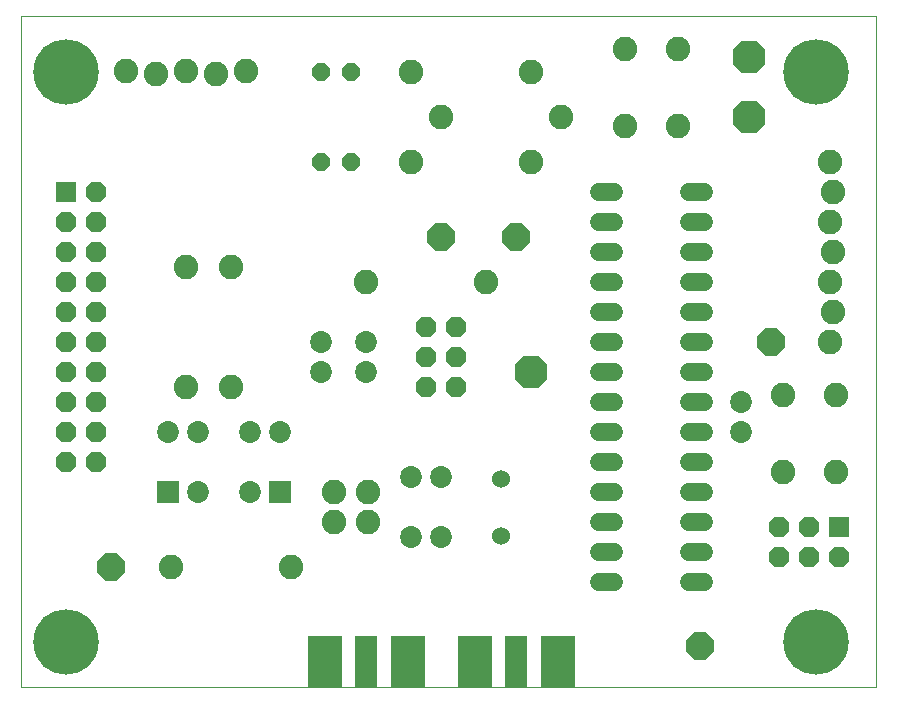
<source format=gts>
G75*
%MOIN*%
%OFA0B0*%
%FSLAX25Y25*%
%IPPOS*%
%LPD*%
%AMOC8*
5,1,8,0,0,1.08239X$1,22.5*
%
%ADD10C,0.00000*%
%ADD11C,0.07300*%
%ADD12R,0.07300X0.07300*%
%ADD13C,0.06000*%
%ADD14R,0.06800X0.06800*%
%ADD15OC8,0.06800*%
%ADD16C,0.08200*%
%ADD17OC8,0.06000*%
%ADD18R,0.07800X0.17300*%
%ADD19R,0.11300X0.17300*%
%ADD20C,0.06000*%
%ADD21OC8,0.09300*%
%ADD22OC8,0.10850*%
%ADD23C,0.21800*%
D10*
X0002370Y0038506D02*
X0002370Y0262207D01*
X0287291Y0262207D01*
X0287291Y0038506D01*
X0002370Y0038506D01*
X0095370Y0038506D02*
X0139370Y0038506D01*
X0145370Y0038506D02*
X0189370Y0038506D01*
D11*
X0142370Y0088506D03*
X0132370Y0088506D03*
X0132370Y0108506D03*
X0142370Y0108506D03*
X0117370Y0143506D03*
X0117370Y0153506D03*
X0102370Y0153506D03*
X0102370Y0143506D03*
X0088640Y0123506D03*
X0078640Y0123506D03*
X0061100Y0123506D03*
X0051100Y0123506D03*
X0061100Y0103506D03*
X0078640Y0103506D03*
X0242370Y0123506D03*
X0242370Y0133506D03*
D12*
X0088640Y0103506D03*
X0051100Y0103506D03*
D13*
X0194770Y0103506D02*
X0199970Y0103506D01*
X0199970Y0113506D02*
X0194770Y0113506D01*
X0194770Y0123506D02*
X0199970Y0123506D01*
X0199970Y0133506D02*
X0194770Y0133506D01*
X0194770Y0143506D02*
X0199970Y0143506D01*
X0199970Y0153506D02*
X0194770Y0153506D01*
X0194770Y0163506D02*
X0199970Y0163506D01*
X0199970Y0173506D02*
X0194770Y0173506D01*
X0194770Y0183506D02*
X0199970Y0183506D01*
X0199970Y0193506D02*
X0194770Y0193506D01*
X0194770Y0203506D02*
X0199970Y0203506D01*
X0224770Y0203506D02*
X0229970Y0203506D01*
X0229970Y0193506D02*
X0224770Y0193506D01*
X0224770Y0183506D02*
X0229970Y0183506D01*
X0229970Y0173506D02*
X0224770Y0173506D01*
X0224770Y0163506D02*
X0229970Y0163506D01*
X0229970Y0153506D02*
X0224770Y0153506D01*
X0224770Y0143506D02*
X0229970Y0143506D01*
X0229970Y0133506D02*
X0224770Y0133506D01*
X0224770Y0123506D02*
X0229970Y0123506D01*
X0229970Y0113506D02*
X0224770Y0113506D01*
X0224770Y0103506D02*
X0229970Y0103506D01*
X0229970Y0093506D02*
X0224770Y0093506D01*
X0224770Y0083506D02*
X0229970Y0083506D01*
X0229970Y0073506D02*
X0224770Y0073506D01*
X0199970Y0073506D02*
X0194770Y0073506D01*
X0194770Y0083506D02*
X0199970Y0083506D01*
X0199970Y0093506D02*
X0194770Y0093506D01*
D14*
X0274830Y0091766D03*
X0017370Y0203506D03*
D15*
X0017370Y0193506D03*
X0017370Y0183506D03*
X0017370Y0173506D03*
X0017370Y0163506D03*
X0017370Y0153506D03*
X0017370Y0143506D03*
X0017370Y0133506D03*
X0017370Y0123506D03*
X0017370Y0113506D03*
X0027370Y0113506D03*
X0027370Y0123506D03*
X0027370Y0133506D03*
X0027370Y0143506D03*
X0027370Y0153506D03*
X0027370Y0163506D03*
X0027370Y0173506D03*
X0027370Y0183506D03*
X0027370Y0193506D03*
X0027370Y0203506D03*
X0137370Y0158506D03*
X0137370Y0148506D03*
X0147370Y0148506D03*
X0147370Y0158506D03*
X0147370Y0138506D03*
X0137370Y0138506D03*
X0254830Y0091766D03*
X0264830Y0091766D03*
X0264830Y0081766D03*
X0254830Y0081766D03*
X0274830Y0081766D03*
D16*
X0274050Y0110306D03*
X0256250Y0110306D03*
X0256250Y0135906D03*
X0274050Y0135906D03*
X0271870Y0153506D03*
X0272870Y0163506D03*
X0271870Y0173506D03*
X0272870Y0183506D03*
X0271870Y0193506D03*
X0272870Y0203506D03*
X0271870Y0213506D03*
X0221270Y0225706D03*
X0203470Y0225706D03*
X0182370Y0228506D03*
X0172370Y0213506D03*
X0142370Y0228506D03*
X0132370Y0213506D03*
X0132370Y0243506D03*
X0172370Y0243506D03*
X0203470Y0251306D03*
X0221270Y0251306D03*
X0157370Y0173506D03*
X0117370Y0173506D03*
X0072370Y0178506D03*
X0057370Y0178506D03*
X0057370Y0138506D03*
X0072370Y0138506D03*
X0106670Y0103506D03*
X0106670Y0093506D03*
X0118070Y0093506D03*
X0118070Y0103506D03*
X0092370Y0078506D03*
X0052370Y0078506D03*
X0047370Y0243006D03*
X0037370Y0244006D03*
X0057370Y0244006D03*
X0067370Y0243006D03*
X0077370Y0244006D03*
D17*
X0102370Y0243506D03*
X0112370Y0243506D03*
X0112370Y0213506D03*
X0102370Y0213506D03*
D18*
X0117370Y0046835D03*
X0167370Y0046835D03*
D19*
X0153612Y0046835D03*
X0131128Y0046835D03*
X0103612Y0046835D03*
X0181128Y0046835D03*
D20*
X0162370Y0089006D03*
X0162370Y0108006D03*
D21*
X0228640Y0052316D03*
X0252370Y0153506D03*
X0167370Y0188506D03*
X0142370Y0188506D03*
X0032370Y0078506D03*
D22*
X0172370Y0143506D03*
X0244870Y0228506D03*
X0244870Y0248506D03*
D23*
X0267370Y0243506D03*
X0267370Y0053506D03*
X0017370Y0053506D03*
X0017370Y0243506D03*
M02*

</source>
